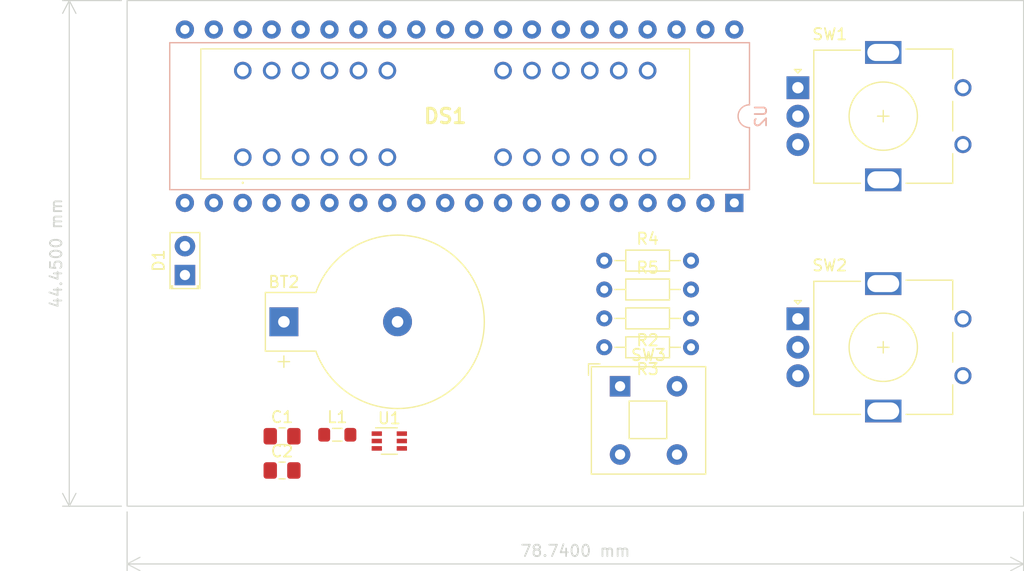
<source format=kicad_pcb>
(kicad_pcb (version 20221018) (generator pcbnew)
  (layers (0 "F.Cu" signal) (31 "B.Cu" signal) (34 "B.Paste" user) (35 "F.Paste" user) (36 "B.SilkS" user "B.Silkscreen") (37 "F.SilkS" user "F.Silkscreen") (38 "B.Mask" user) (39 "F.Mask" user) (44 "Edge.Cuts" user))
  (net 0 "")
  (net 3 "GND")
  (net 4 "Net-(D1-A)")
  (net 5 "pb1")
  (net 6 "pb2")
  (net 7 "VCC")
  (net 8 "pc5")
  (net 9 "pc6")
  (net 10 "pc0")
  (net 11 "pc1")
  (net 12 "pc2")
  (net 13 "pc3")
  (net 14 "pc4")
  (net 15 "pc7")
  (net 16 "pb0")
  (net 17 "pd0")
  (net 18 "pd1")
  (net 19 "pd2")
  (net 20 "pd3")
  (net 21 "pd4")
  (net 22 "pd5")
  (net 23 "pd6")
  (net 24 "pd7")
  (net 25 "mcu reset")
  (net 39 "pb3")
  (net 40 "pb4")
  (net 41 "Net-(D1-K)")
  (net 42 "pb5")
  (net 43 "pb6")
  (net 44 "pb7")
  (net 45 "pa7")
  (net 46 "pa6")
  (net 47 "pa5")
  (net 48 "pa4")
  (net 49 "pa3")
  (net 50 "Net-(BT2-+)")
  (net 51 "Net-(U1-L)")
  (net 52 "Net-(SW4-B)")
  (footprint "token_counter:HDSP2533" (layer "F.Cu") (at 45.72 29.0125)
    (fp_text reference "DS1" (at 17.78 -3.612) (layer "F.SilkS") (effects (font (size 1.27 1.27) (thickness 0.254))))
    (fp_text value "HDSP-2533" hide)
    (fp_line (start -3.685 -9.525) (end 39.245 -9.525) (stroke (width 0.1)) (layer "F.SilkS"))
    (fp_line (start -3.685 1.905) (end -3.685 -9.525) (stroke (width 0.1)) (layer "F.SilkS"))
    (fp_line (start 0 2.2) (end 0 2.2) (stroke (width 0.1)) (layer "F.SilkS"))
    (fp_line (start 0 2.3) (end 0 2.3) (stroke (width 0.1)) (layer "F.SilkS"))
    (fp_line (start 39.245 -9.525) (end 39.245 1.905) (stroke (width 0.1)) (layer "F.SilkS"))
    (fp_line (start 39.245 1.905) (end -3.685 1.905) (stroke (width 0.1)) (layer "F.SilkS"))
    (fp_arc (start 0 2.2) (mid 0.05 2.25) (end 0 2.3) (stroke (width 0.1)) (layer "F.SilkS"))
    (fp_arc (start 0 2.3) (mid -0.05 2.25) (end 0 2.2) (stroke (width 0.1)) (layer "F.SilkS"))
    (pad "1" thru_hole circle (at 0 0) (size 1.545 1.545) (drill 1.03) (layers "*.Cu" "*.Mask"))
    (pad "2" thru_hole circle (at 2.54 0) (size 1.545 1.545) (drill 1.03) (layers "*.Cu" "*.Mask"))
    (pad "3" thru_hole circle (at 5.08 0) (size 1.545 1.545) (drill 1.03) (layers "*.Cu" "*.Mask"))
    (pad "4" thru_hole circle (at 7.62 0) (size 1.545 1.545) (drill 1.03) (layers "*.Cu" "*.Mask"))
    (pad "5" thru_hole circle (at 10.16 0) (size 1.545 1.545) (drill 1.03) (layers "*.Cu" "*.Mask"))
    (pad "6" thru_hole circle (at 12.7 0) (size 1.545 1.545) (drill 1.03) (layers "*.Cu" "*.Mask"))
    (pad "10" thru_hole circle (at 22.86 0) (size 1.545 1.545) (drill 1.03) (layers "*.Cu" "*.Mask"))
    (pad "11" thru_hole circle (at 25.4 0) (size 1.545 1.545) (drill 1.03) (layers "*.Cu" "*.Mask") (net 7 "VCC"))
    (pad "12" thru_hole circle (at 27.94 0) (size 1.545 1.545) (drill 1.03) (layers "*.Cu" "*.Mask"))
    (pad "13" thru_hole circle (at 30.48 0) (size 1.545 1.545) (drill 1.03) (layers "*.Cu" "*.Mask"))
    (pad "14" thru_hole circle (at 33.02 0) (size 1.545 1.545) (drill 1.03) (layers "*.Cu" "*.Mask"))
    (pad "15" thru_hole circle (at 35.56 0) (size 1.545 1.545) (drill 1.03) (layers "*.Cu" "*.Mask") (net 7 "VCC"))
    (pad "16" thru_hole circle (at 35.56 -7.62) (size 1.545 1.545) (drill 1.03) (layers "*.Cu" "*.Mask") (net 3 "GND"))
    (pad "17" thru_hole circle (at 33.02 -7.62) (size 1.545 1.545) (drill 1.03) (layers "*.Cu" "*.Mask"))
    (pad "18" thru_hole circle (at 30.48 -7.62) (size 1.545 1.545) (drill 1.03) (layers "*.Cu" "*.Mask") (net 3 "GND"))
    (pad "19" thru_hole circle (at 27.94 -7.62) (size 1.545 1.545) (drill 1.03) (layers "*.Cu" "*.Mask"))
    (pad "20" thru_hole circle (at 25.4 -7.62) (size 1.545 1.545) (drill 1.03) (layers "*.Cu" "*.Mask") (net 9 "pc6"))
    (pad "21" thru_hole circle (at 22.86 -7.62) (size 1.545 1.545) (drill 1.03) (layers "*.Cu" "*.Mask") (net 8 "pc5"))
    (pad "25" thru_hole circle (at 12.7 -7.62) (size 1.545 1.545) (drill 1.03) (layers "*.Cu" "*.Mask") (net 14 "pc4"))
    (pad "26" thru_hole circle (at 10.16 -7.62) (size 1.545 1.545) (drill 1.03) (layers "*.Cu" "*.Mask") (net 13 "pc3"))
    (pad "27" thru_hole circle (at 7.62 -7.62) (size 1.545 1.545) (drill 1.03) (layers "*.Cu" "*.Mask") (net 12 "pc2"))
    (pad "28" thru_hole circle (at 5.08 -7.62) (size 1.545 1.545) (drill 1.03) (layers "*.Cu" "*.Mask") (net 11 "pc1"))
    (pad "29" thru_hole circle (at 2.54 -7.62) (size 1.545 1.545) (drill 1.03) (layers "*.Cu" "*.Mask") (net 10 "pc0"))
    (pad "30" thru_hole circle (at 0 -7.62) (size 1.545 1.545) (drill 1.03) (layers "*.Cu" "*.Mask") (net 24 "pd7"))
  )
  (footprint "LED_THT:LED_D2.0mm_W4.8mm_H2.5mm_FlatTop" (layer "F.Cu") (at 40.64 39.37 90)
    (fp_text reference "D1" (at 1.27 -2.31 90) (layer "F.SilkS"))
    (fp_text value "LED")
    (fp_line (start -1.19 -1.31) (end -1.19 1.31) (stroke (width 0.12)) (layer "F.SilkS"))
    (fp_line (start -1.19 -1.31) (end 3.73 -1.31) (stroke (width 0.12)) (layer "F.SilkS"))
    (fp_line (start -1.19 1.31) (end 3.73 1.31) (stroke (width 0.12)) (layer "F.SilkS"))
    (fp_line (start -1.07 -1.31) (end -1.07 -1.08) (stroke (width 0.12)) (layer "F.SilkS"))
    (fp_line (start -1.07 1.08) (end -1.07 1.31) (stroke (width 0.12)) (layer "F.SilkS"))
    (fp_line (start -0.95 -1.31) (end -0.95 -1.08) (stroke (width 0.12)) (layer "F.SilkS"))
    (fp_line (start -0.95 1.08) (end -0.95 1.31) (stroke (width 0.12)) (layer "F.SilkS"))
    (fp_line (start 3.73 -1.31) (end 3.73 1.31) (stroke (width 0.12)) (layer "F.SilkS"))
    (pad "1" thru_hole rect (at 0 0 90) (size 1.8 1.8) (drill 0.9) (layers "*.Cu" "*.Mask") (net 41 "Net-(D1-K)"))
    (pad "2" thru_hole circle (at 2.54 0 90) (size 1.8 1.8) (drill 0.9) (layers "*.Cu" "*.Mask") (net 4 "Net-(D1-A)"))
  )
  (footprint "Inductor_SMD:L_0805_2012Metric_Pad1.05x1.20mm_HandSolder" (layer "F.Cu") (at 54.02 53.41)
    (fp_text reference "L1" (at 0 -1.55) (layer "F.SilkS"))
    (fp_text value "4.7u")
    (fp_line (start -0.410242 -0.56) (end 0.410242 -0.56) (stroke (width 0.12)) (layer "F.SilkS"))
    (fp_line (start -0.410242 0.56) (end 0.410242 0.56) (stroke (width 0.12)) (layer "F.SilkS"))
    (pad "1" smd roundrect (at -1.15 0) (size 1.05 1.2) (layers "F.Cu" "F.Paste" "F.Mask") (roundrect_rratio 0.238095) (net 50 "Net-(BT2-+)"))
    (pad "2" smd roundrect (at 1.15 0) (size 1.05 1.2) (layers "F.Cu" "F.Paste" "F.Mask") (roundrect_rratio 0.238095) (net 51 "Net-(U1-L)"))
  )
  (footprint "Resistor_THT:R_Axial_DIN0204_L3.6mm_D1.6mm_P7.62mm_Horizontal" (layer "F.Cu") (at 77.47 40.64)
    (fp_text reference "R5" (at 3.81 -1.92) (layer "F.SilkS"))
    (fp_text value "R")
    (fp_line (start 0.94 0) (end 1.89 0) (stroke (width 0.12)) (layer "F.SilkS"))
    (fp_line (start 1.89 -0.92) (end 1.89 0.92) (stroke (width 0.12)) (layer "F.SilkS"))
    (fp_line (start 1.89 0.92) (end 5.73 0.92) (stroke (width 0.12)) (layer "F.SilkS"))
    (fp_line (start 5.73 -0.92) (end 1.89 -0.92) (stroke (width 0.12)) (layer "F.SilkS"))
    (fp_line (start 5.73 0.92) (end 5.73 -0.92) (stroke (width 0.12)) (layer "F.SilkS"))
    (fp_line (start 6.68 0) (end 5.73 0) (stroke (width 0.12)) (layer "F.SilkS"))
    (pad "1" thru_hole circle (at 0 0) (size 1.4 1.4) (drill 0.7) (layers "*.Cu" "*.Mask") (net 16 "pb0"))
    (pad "2" thru_hole oval (at 7.62 0) (size 1.4 1.4) (drill 0.7) (layers "*.Cu" "*.Mask") (net 7 "VCC"))
  )
  (footprint "Resistor_THT:R_Axial_DIN0204_L3.6mm_D1.6mm_P7.62mm_Horizontal" (layer "F.Cu") (at 85.09 45.72 180)
    (fp_text reference "R3" (at 3.81 -1.92) (layer "F.SilkS"))
    (fp_text value "R")
    (fp_line (start 0.94 0) (end 1.89 0) (stroke (width 0.12)) (layer "F.SilkS"))
    (fp_line (start 1.89 -0.92) (end 1.89 0.92) (stroke (width 0.12)) (layer "F.SilkS"))
    (fp_line (start 1.89 0.92) (end 5.73 0.92) (stroke (width 0.12)) (layer "F.SilkS"))
    (fp_line (start 5.73 -0.92) (end 1.89 -0.92) (stroke (width 0.12)) (layer "F.SilkS"))
    (fp_line (start 5.73 0.92) (end 5.73 -0.92) (stroke (width 0.12)) (layer "F.SilkS"))
    (fp_line (start 6.68 0) (end 5.73 0) (stroke (width 0.12)) (layer "F.SilkS"))
    (pad "1" thru_hole circle (at 0 0 180) (size 1.4 1.4) (drill 0.7) (layers "*.Cu" "*.Mask") (net 25 "mcu reset"))
    (pad "2" thru_hole oval (at 7.62 0 180) (size 1.4 1.4) (drill 0.7) (layers "*.Cu" "*.Mask") (net 7 "VCC"))
  )
  (footprint "Resistor_THT:R_Axial_DIN0204_L3.6mm_D1.6mm_P7.62mm_Horizontal" (layer "F.Cu") (at 85.09 43.18 180)
    (fp_text reference "R2" (at 3.81 -1.92) (layer "F.SilkS"))
    (fp_text value "R")
    (fp_line (start 0.94 0) (end 1.89 0) (stroke (width 0.12)) (layer "F.SilkS"))
    (fp_line (start 1.89 -0.92) (end 1.89 0.92) (stroke (width 0.12)) (layer "F.SilkS"))
    (fp_line (start 1.89 0.92) (end 5.73 0.92) (stroke (width 0.12)) (layer "F.SilkS"))
    (fp_line (start 5.73 -0.92) (end 1.89 -0.92) (stroke (width 0.12)) (layer "F.SilkS"))
    (fp_line (start 5.73 0.92) (end 5.73 -0.92) (stroke (width 0.12)) (layer "F.SilkS"))
    (fp_line (start 6.68 0) (end 5.73 0) (stroke (width 0.12)) (layer "F.SilkS"))
    (pad "1" thru_hole circle (at 0 0 180) (size 1.4 1.4) (drill 0.7) (layers "*.Cu" "*.Mask") (net 39 "pb3"))
    (pad "2" thru_hole oval (at 7.62 0 180) (size 1.4 1.4) (drill 0.7) (layers "*.Cu" "*.Mask") (net 7 "VCC"))
  )
  (footprint "Resistor_THT:R_Axial_DIN0204_L3.6mm_D1.6mm_P7.62mm_Horizontal" (layer "F.Cu") (at 77.47 38.1)
    (fp_text reference "R4" (at 3.81 -1.92) (layer "F.SilkS"))
    (fp_text value "R")
    (fp_line (start 0.94 0) (end 1.89 0) (stroke (width 0.12)) (layer "F.SilkS"))
    (fp_line (start 1.89 -0.92) (end 1.89 0.92) (stroke (width 0.12)) (layer "F.SilkS"))
    (fp_line (start 1.89 0.92) (end 5.73 0.92) (stroke (width 0.12)) (layer "F.SilkS"))
    (fp_line (start 5.73 -0.92) (end 1.89 -0.92) (stroke (width 0.12)) (layer "F.SilkS"))
    (fp_line (start 5.73 0.92) (end 5.73 -0.92) (stroke (width 0.12)) (layer "F.SilkS"))
    (fp_line (start 6.68 0) (end 5.73 0) (stroke (width 0.12)) (layer "F.SilkS"))
    (pad "1" thru_hole circle (at 0 0) (size 1.4 1.4) (drill 0.7) (layers "*.Cu" "*.Mask") (net 41 "Net-(D1-K)"))
    (pad "2" thru_hole oval (at 7.62 0) (size 1.4 1.4) (drill 0.7) (layers "*.Cu" "*.Mask") (net 3 "GND"))
  )
  (footprint "Battery:BatteryHolder_Keystone_500" (layer "F.Cu") (at 49.33 43.481476)
    (fp_text reference "BT2" (at 0 -3.5) (layer "F.SilkS"))
    (fp_text value "Battery_Cell")
    (fp_line (start -1.6256 -2.5781) (end -1.6256 2.5781) (stroke (width 0.12)) (layer "F.SilkS"))
    (fp_line (start -1.6256 -2.5781) (end 2.81 -2.5781) (stroke (width 0.12)) (layer "F.SilkS"))
    (fp_line (start -1.6256 2.5781) (end 2.81 2.5781) (stroke (width 0.12)) (layer "F.SilkS"))
    (fp_line (start 0 3) (end 0 4) (stroke (width 0.12)) (layer "F.SilkS"))
    (fp_line (start 0.5 3.5) (end -0.5 3.5) (stroke (width 0.12)) (layer "F.SilkS"))
    (fp_arc (start 2.81 -2.5781) (mid 17.603686 0) (end 2.81 2.5781) (stroke (width 0.12)) (layer "F.SilkS"))
    (pad "1" thru_hole rect (at 0 0) (size 2.54 2.54) (drill 1.016) (layers "*.Cu" "*.Mask") (net 50 "Net-(BT2-+)"))
    (pad "2" thru_hole circle (at 9.9822 0) (size 2.54 2.54) (drill 1.016) (layers "*.Cu" "*.Mask") (net 3 "GND"))
  )
  (footprint "Package_TO_SOT_SMD:Texas_R-PDSO-G6" (layer "F.Cu") (at 58.59 53.96)
    (fp_text reference "U1" (at 0 -2) (layer "F.SilkS"))
    (fp_text value "TPS61222DCK")
    (fp_line (start -0.7 1.16) (end 0.7 1.16) (stroke (width 0.12)) (layer "F.SilkS"))
    (fp_line (start 0.7 -1.16) (end -1.2 -1.16) (stroke (width 0.12)) (layer "F.SilkS"))
    (pad "1" smd rect (at -1.1 -0.65) (size 0.9 0.4) (layers "F.Cu" "F.Paste" "F.Mask") (net 50 "Net-(BT2-+)"))
    (pad "2" smd rect (at -1.1 0) (size 0.9 0.4) (layers "F.Cu" "F.Paste" "F.Mask") (net 7 "VCC"))
    (pad "3" smd rect (at -1.1 0.65) (size 0.9 0.4) (layers "F.Cu" "F.Paste" "F.Mask") (net 3 "GND"))
    (pad "4" smd rect (at 1.1 0.65) (size 0.9 0.4) (layers "F.Cu" "F.Paste" "F.Mask") (net 7 "VCC"))
    (pad "5" smd rect (at 1.1 0) (size 0.9 0.4) (layers "F.Cu" "F.Paste" "F.Mask") (net 51 "Net-(U1-L)"))
    (pad "6" smd rect (at 1.1 -0.65) (size 0.9 0.4) (layers "F.Cu" "F.Paste" "F.Mask") (net 52 "Net-(SW4-B)"))
  )
  (footprint "Rotary_Encoder:RotaryEncoder_Alps_EC11E_Vertical_H20mm" (layer "F.Cu") (at 94.475 43.22)
    (fp_text reference "SW2" (at 2.8 -4.7) (layer "F.SilkS"))
    (fp_text value "RotaryEncoder_Switch")
    (fp_line (start -0.3 -1.6) (end 0.3 -1.6) (stroke (width 0.12)) (layer "F.SilkS"))
    (fp_line (start 0 -1.3) (end -0.3 -1.6) (stroke (width 0.12)) (layer "F.SilkS"))
    (fp_line (start 0.3 -1.6) (end 0 -1.3) (stroke (width 0.12)) (layer "F.SilkS"))
    (fp_line (start 1.4 -3.3) (end 1.4 8.4) (stroke (width 0.12)) (layer "F.SilkS"))
    (fp_line (start 5.5 -3.3) (end 1.4 -3.3) (stroke (width 0.12)) (layer "F.SilkS"))
    (fp_line (start 5.5 8.4) (end 1.4 8.4) (stroke (width 0.12)) (layer "F.SilkS"))
    (fp_line (start 7 2.5) (end 8 2.5) (stroke (width 0.12)) (layer "F.SilkS"))
    (fp_line (start 7.5 2) (end 7.5 3) (stroke (width 0.12)) (layer "F.SilkS"))
    (fp_line (start 9.5 -3.4) (end 13.6 -3.4) (stroke (width 0.12)) (layer "F.SilkS"))
    (fp_line (start 13.6 -3.4) (end 13.6 -0.8) (stroke (width 0.12)) (layer "F.SilkS"))
    (fp_line (start 13.6 1.2) (end 13.6 3.8) (stroke (width 0.12)) (layer "F.SilkS"))
    (fp_line (start 13.6 5.8) (end 13.6 8.4) (stroke (width 0.12)) (layer "F.SilkS"))
    (fp_line (start 13.6 8.4) (end 9.5 8.4) (stroke (width 0.12)) (layer "F.SilkS"))
    (fp_circle (center 7.5 2.5) (end 10.5 2.5) (stroke (width 0.12)) (fill none) (layer "F.SilkS"))
    (pad "" thru_hole circle (at 14.5 0) (size 1.5 1.5) (drill 1) (layers "*.Cu" "*.Mask"))
    (pad "" thru_hole circle (at 14.5 5) (size 1.5 1.5) (drill 1) (layers "*.Cu" "*.Mask"))
    (pad "A" thru_hole rect (at 0 0) (size 2 2) (drill 1) (layers "*.Cu" "*.Mask") (net 40 "pb4"))
    (pad "B" thru_hole circle (at 0 5) (size 2 2) (drill 1) (layers "*.Cu" "*.Mask") (net 42 "pb5"))
    (pad "C" thru_hole circle (at 0 2.5) (size 2 2) (drill 1) (layers "*.Cu" "*.Mask") (net 7 "VCC"))
    (pad "MP" thru_hole rect (at 7.5 -3.1) (size 3.2 2) (drill oval 2.8 1.5) (layers "*.Cu" "*.Mask"))
    (pad "MP" thru_hole rect (at 7.5 8.1) (size 3.2 2) (drill oval 2.8 1.5) (layers "*.Cu" "*.Mask"))
  )
  (footprint "Button_Switch_THT:SW_Push_2P1T_Toggle_CK_PVA1xxH1xxxxxxV2" (layer "F.Cu") (at 78.8575 49.1475)
    (fp_text reference "SW3" (at 2.5 -2.75) (layer "F.SilkS"))
    (fp_text value "SW_DIP_x01")
    (fp_line (start -2.77 -0.97) (end -2.77 -1.97) (stroke (width 0.12)) (layer "F.SilkS"))
    (fp_line (start -2.52 7.72) (end -2.52 -1.72) (stroke (width 0.12)) (layer "F.SilkS"))
    (fp_line (start -1.77 -1.97) (end -2.77 -1.97) (stroke (width 0.12)) (layer "F.SilkS"))
    (fp_line (start 0.8 1.3) (end 0.8 4.6) (stroke (width 0.12)) (layer "F.SilkS"))
    (fp_line (start 4.1 1.3) (end 0.8 1.3) (stroke (width 0.12)) (layer "F.SilkS"))
    (fp_line (start 4.1 1.3) (end 4.1 4.6) (stroke (width 0.12)) (layer "F.SilkS"))
    (fp_line (start 4.1 4.6) (end 0.8 4.6) (stroke (width 0.12)) (layer "F.SilkS"))
    (fp_line (start 7.52 -1.72) (end -2.52 -1.72) (stroke (width 0.12)) (layer "F.SilkS"))
    (fp_line (start 7.52 7.72) (end -2.52 7.72) (stroke (width 0.12)) (layer "F.SilkS"))
    (fp_line (start 7.52 7.72) (end 7.52 -1.72) (stroke (width 0.12)) (layer "F.SilkS"))
    (pad "1" thru_hole rect (at 0 0) (size 1.8 1.8) (drill 0.9) (layers "*.Cu" "*.Mask") (net 3 "GND"))
    (pad "2" thru_hole circle (at 5 0) (size 1.8 1.8) (drill 0.9) (layers "*.Cu" "*.Mask") (net 25 "mcu reset"))
    (pad "3" thru_hole circle (at 0 6) (size 1.8 1.8) (drill 0.9) (layers "*.Cu" "*.Mask"))
    (pad "4" thru_hole circle (at 5 6) (size 1.8 1.8) (drill 0.9) (layers "*.Cu" "*.Mask"))
  )
  (footprint "Capacitor_SMD:C_0805_2012Metric_Pad1.18x1.45mm_HandSolder" (layer "F.Cu") (at 49.17 56.55)
    (fp_text reference "C2" (at 0 -1.68) (layer "F.SilkS"))
    (fp_text value "10u")
    (fp_line (start -0.261252 -0.735) (end 0.261252 -0.735) (stroke (width 0.12)) (layer "F.SilkS"))
    (fp_line (start -0.261252 0.735) (end 0.261252 0.735) (stroke (width 0.12)) (layer "F.SilkS"))
    (pad "1" smd roundrect (at -1.0375 0) (size 1.175 1.45) (layers "F.Cu" "F.Paste" "F.Mask") (roundrect_rratio 0.212766) (net 7 "VCC"))
    (pad "2" smd roundrect (at 1.0375 0) (size 1.175 1.45) (layers "F.Cu" "F.Paste" "F.Mask") (roundrect_rratio 0.212766) (net 3 "GND"))
  )
  (footprint "Capacitor_SMD:C_0805_2012Metric_Pad1.18x1.45mm_HandSolder" (layer "F.Cu") (at 49.17 53.54)
    (fp_text reference "C1" (at 0 -1.68) (layer "F.SilkS"))
    (fp_text value "10u")
    (fp_line (start -0.261252 -0.735) (end 0.261252 -0.735) (stroke (width 0.12)) (layer "F.SilkS"))
    (fp_line (start -0.261252 0.735) (end 0.261252 0.735) (stroke (width 0.12)) (layer "F.SilkS"))
    (pad "1" smd roundrect (at -1.0375 0) (size 1.175 1.45) (layers "F.Cu" "F.Paste" "F.Mask") (roundrect_rratio 0.212766) (net 50 "Net-(BT2-+)"))
    (pad "2" smd roundrect (at 1.0375 0) (size 1.175 1.45) (layers "F.Cu" "F.Paste" "F.Mask") (roundrect_rratio 0.212766) (net 3 "GND"))
  )
  (footprint "Rotary_Encoder:RotaryEncoder_Alps_EC11E_Vertical_H20mm" (layer "F.Cu") (at 94.475 22.9)
    (fp_text reference "SW1" (at 2.8 -4.7) (layer "F.SilkS"))
    (fp_text value "RotaryEncoder_Switch")
    (fp_line (start -0.3 -1.6) (end 0.3 -1.6) (stroke (width 0.12)) (layer "F.SilkS"))
    (fp_line (start 0 -1.3) (end -0.3 -1.6) (stroke (width 0.12)) (layer "F.SilkS"))
    (fp_line (start 0.3 -1.6) (end 0 -1.3) (stroke (width 0.12)) (layer "F.SilkS"))
    (fp_line (start 1.4 -3.3) (end 1.4 8.4) (stroke (width 0.12)) (layer "F.SilkS"))
    (fp_line (start 5.5 -3.3) (end 1.4 -3.3) (stroke (width 0.12)) (layer "F.SilkS"))
    (fp_line (start 5.5 8.4) (end 1.4 8.4) (stroke (width 0.12)) (layer "F.SilkS"))
    (fp_line (start 7 2.5) (end 8 2.5) (stroke (width 0.12)) (layer "F.SilkS"))
    (fp_line (start 7.5 2) (end 7.5 3) (stroke (width 0.12)) (layer "F.SilkS"))
    (fp_line (start 9.5 -3.4) (end 13.6 -3.4) (stroke (width 0.12)) (layer "F.SilkS"))
    (fp_line (start 13.6 -3.4) (end 13.6 -0.8) (stroke (width 0.12)) (layer "F.SilkS"))
    (fp_line (start 13.6 1.2) (end 13.6 3.8) (stroke (width 0.12)) (layer "F.SilkS"))
    (fp_line (start 13.6 5.8) (end 13.6 8.4) (stroke (width 0.12)) (layer "F.SilkS"))
    (fp_line (start 13.6 8.4) (end 9.5 8.4) (stroke (width 0.12)) (layer "F.SilkS"))
    (fp_circle (center 7.5 2.5) (end 10.5 2.5) (stroke (width 0.12)) (fill none) (layer "F.SilkS"))
    (pad "" thru_hole circle (at 14.5 0) (size 1.5 1.5) (drill 1) (layers "*.Cu" "*.Mask"))
    (pad "" thru_hole circle (at 14.5 5) (size 1.5 1.5) (drill 1) (layers "*.Cu" "*.Mask"))
    (pad "A" thru_hole rect (at 0 0) (size 2 2) (drill 1) (layers "*.Cu" "*.Mask") (net 5 "pb1"))
    (pad "B" thru_hole circle (at 0 5) (size 2 2) (drill 1) (layers "*.Cu" "*.Mask") (net 6 "pb2"))
    (pad "C" thru_hole circle (at 0 2.5) (size 2 2) (drill 1) (layers "*.Cu" "*.Mask") (net 7 "VCC"))
    (pad "MP" thru_hole rect (at 7.5 -3.1) (size 3.2 2) (drill oval 2.8 1.5) (layers "*.Cu" "*.Mask"))
    (pad "MP" thru_hole rect (at 7.5 8.1) (size 3.2 2) (drill oval 2.8 1.5) (layers "*.Cu" "*.Mask"))
  )
  (footprint "Package_DIP:DIP-40_W15.24mm" (layer "B.Cu") (at 88.895 33.025 90)
    (fp_text reference "U2" (at 7.62 2.33 90) (layer "B.SilkS") (effects (justify mirror)))
    (fp_text value "ATmega16-16P")
    (fp_line (start 1.16 -49.59) (end 14.08 -49.59) (stroke (width 0.12)) (layer "B.SilkS"))
    (fp_line (start 1.16 1.33) (end 1.16 -49.59) (stroke (width 0.12)) (layer "B.SilkS"))
    (fp_line (start 6.62 1.33) (end 1.16 1.33) (stroke (width 0.12)) (layer "B.SilkS"))
    (fp_line (start 14.08 -49.59) (end 14.08 1.33) (stroke (width 0.12)) (layer "B.SilkS"))
    (fp_line (start 14.08 1.33) (end 8.62 1.33) (stroke (width 0.12)) (layer "B.SilkS"))
    (fp_arc (start 6.62 1.33) (mid 7.62 0.33) (end 8.62 1.33) (stroke (width 0.12)) (layer "B.SilkS"))
    (pad "1" thru_hole rect (at 0 0 90) (size 1.6 1.6) (drill 0.8) (layers "*.Cu" "*.Mask") (net 16 "pb0"))
    (pad "2" thru_hole oval (at 0 -2.54 90) (size 1.6 1.6) (drill 0.8) (layers "*.Cu" "*.Mask") (net 5 "pb1"))
    (pad "3" thru_hole oval (at 0 -5.08 90) (size 1.6 1.6) (drill 0.8) (layers "*.Cu" "*.Mask") (net 6 "pb2"))
    (pad "4" thru_hole oval (at 0 -7.62 90) (size 1.6 1.6) (drill 0.8) (layers "*.Cu" "*.Mask") (net 39 "pb3"))
    (pad "5" thru_hole oval (at 0 -10.16 90) (size 1.6 1.6) (drill 0.8) (layers "*.Cu" "*.Mask") (net 40 "pb4"))
    (pad "6" thru_hole oval (at 0 -12.7 90) (size 1.6 1.6) (drill 0.8) (layers "*.Cu" "*.Mask") (net 42 "pb5"))
    (pad "7" thru_hole oval (at 0 -15.24 90) (size 1.6 1.6) (drill 0.8) (layers "*.Cu" "*.Mask") (net 43 "pb6"))
    (pad "8" thru_hole oval (at 0 -17.78 90) (size 1.6 1.6) (drill 0.8) (layers "*.Cu" "*.Mask") (net 44 "pb7"))
    (pad "9" thru_hole oval (at 0 -20.32 90) (size 1.6 1.6) (drill 0.8) (layers "*.Cu" "*.Mask") (net 25 "mcu reset"))
    (pad "10" thru_hole oval (at 0 -22.86 90) (size 1.6 1.6) (drill 0.8) (layers "*.Cu" "*.Mask") (net 7 "VCC"))
    (pad "11" thru_hole oval (at 0 -25.4 90) (size 1.6 1.6) (drill 0.8) (layers "*.Cu" "*.Mask") (net 3 "GND"))
    (pad "12" thru_hole oval (at 0 -27.94 90) (size 1.6 1.6) (drill 0.8) (layers "*.Cu" "*.Mask"))
    (pad "13" thru_hole oval (at 0 -30.48 90) (size 1.6 1.6) (drill 0.8) (layers "*.Cu" "*.Mask"))
    (pad "14" thru_hole oval (at 0 -33.02 90) (size 1.6 1.6) (drill 0.8) (layers "*.Cu" "*.Mask") (net 17 "pd0"))
    (pad "15" thru_hole oval (at 0 -35.56 90) (size 1.6 1.6) (drill 0.8) (layers "*.Cu" "*.Mask") (net 18 "pd1"))
    (pad "16" thru_hole oval (at 0 -38.1 90) (size 1.6 1.6) (drill 0.8) (layers "*.Cu" "*.Mask") (net 19 "pd2"))
    (pad "17" thru_hole oval (at 0 -40.64 90) (size 1.6 1.6) (drill 0.8) (layers "*.Cu" "*.Mask") (net 20 "pd3"))
    (pad "18" thru_hole oval (at 0 -43.18 90) (size 1.6 1.6) (drill 0.8) (layers "*.Cu" "*.Mask") (net 21 "pd4"))
    (pad "19" thru_hole oval (at 0 -45.72 90) (size 1.6 1.6) (drill 0.8) (layers "*.Cu" "*.Mask") (net 22 "pd5"))
    (pad "20" thru_hole oval (at 0 -48.26 90) (size 1.6 1.6) (drill 0.8) (layers "*.Cu" "*.Mask") (net 23 "pd6"))
    (pad "21" thru_hole oval (at 15.24 -48.26 90) (size 1.6 1.6) (drill 0.8) (layers "*.Cu" "*.Mask") (net 24 "pd7"))
    (pad "22" thru_hole oval (at 15.24 -45.72 90) (size 1.6 1.6) (drill 0.8) (layers "*.Cu" "*.Mask") (net 10 "pc0"))
    (pad "23" thru_hole oval (at 15.24 -43.18 90) (size 1.6 1.6) (drill 0.8) (layers "*.Cu" "*.Mask") (net 11 "pc1"))
    (pad "24" thru_hole oval (at 15.24 -40.64 90) (size 1.6 1.6) (drill 0.8) (layers "*.Cu" "*.Mask") (net 12 "pc2"))
    (pad "25" thru_hole oval (at 15.24 -38.1 90) (size 1.6 1.6) (drill 0.8) (layers "*.Cu" "*.Mask") (net 13 "pc3"))
    (pad "26" thru_hole oval (at 15.24 -35.56 90) (size 1.6 1.6) (drill 0.8) (layers "*.Cu" "*.Mask") (net 14 "pc4"))
    (pad "27" thru_hole oval (at 15.24 -33.02 90) (size 1.6 1.6) (drill 0.8) (layers "*.Cu" "*.Mask") (net 8 "pc5"))
    (pad "28" thru_hole oval (at 15.24 -30.48 90) (size 1.6 1.6) (drill 0.8) (layers "*.Cu" "*.Mask") (net 9 "pc6"))
    (pad "29" thru_hole oval (at 15.24 -27.94 90) (size 1.6 1.6) (drill 0.8) (layers "*.Cu" "*.Mask") (net 15 "pc7"))
    (pad "30" thru_hole oval (at 15.24 -25.4 90) (size 1.6 1.6) (drill 0.8) (layers "*.Cu" "*.Mask") (net 7 "VCC"))
    (pad "31" thru_hole oval (at 15.24 -22.86 90) (size 1.6 1.6) (drill 0.8) (layers "*.Cu" "*.Mask") (net 3 "GND"))
    (pad "32" thru_hole oval (at 15.24 -20.32 90) (size 1.6 1.6) (drill 0.8) (layers "*.Cu" "*.Mask"))
    (pad "33" thru_hole oval (at 15.24 -17.78 90) (size 1.6 1.6) (drill 0.8) (layers "*.Cu" "*.Mask") (net 45 "pa7"))
    (pad "34" thru_hole oval (at 15.24 -15.24 90) (size 1.6 1.6) (drill 0.8) (layers "*.Cu" "*.Mask") (net 46 "pa6"))
    (pad "35" thru_hole oval (at 15.24 -12.7 90) (size 1.6 1.6) (drill 0.8) (layers "*.Cu" "*.Mask") (net 47 "pa5"))
    (pad "36" thru_hole oval (at 15.24 -10.16 90) (size 1.6 1.6) (drill 0.8) (layers "*.Cu" "*.Mask") (net 48 "pa4"))
    (pad "37" thru_hole oval (at 15.24 -7.62 90) (size 1.6 1.6) (drill 0.8) (layers "*.Cu" "*.Mask") (net 49 "pa3"))
    (pad "38" thru_hole oval (at 15.24 -5.08 90) (size 1.6 1.6) (drill 0.8) (layers "*.Cu" "*.Mask") (net 6 "pb2"))
    (pad "39" thru_hole oval (at 15.24 -2.54 90) (size 1.6 1.6) (drill 0.8) (layers "*.Cu" "*.Mask") (net 5 "pb1"))
    (pad "40" thru_hole oval (at 15.24 0 90) (size 1.6 1.6) (drill 0.8) (layers "*.Cu" "*.Mask") (net 4 "Net-(D1-A)"))
  )
  (gr_rect (start 35.56 15.24) (end 114.3 59.69) (stroke (width 0.1)) (fill none) (layer "Edge.Cuts"))
  (dimension (type aligned) (layer "Edge.Cuts") (pts (xy 35.56 15.24) (xy 35.56 59.69)) (height 5.08) (gr_text "44,4500 mm" (at 29.33 37.465 90) (layer "Edge.Cuts") (effects (font (size 1 1) (thickness 0.15)))) (format (prefix "") (suffix "") (units 3) (units_format 1) (precision 4)) (style (thickness 0.1) (arrow_length 1.27) (text_position_mode 0) (extension_height 0.58642) (extension_offset 0.5) keep_text_aligned))
  (dimension (type aligned) (layer "Edge.Cuts") (pts (xy 35.56 59.69) (xy 114.3 59.69)) (height 5.08) (gr_text "78,7400 mm" (at 74.93 63.62) (layer "Edge.Cuts") (effects (font (size 1 1) (thickness 0.15)))) (format (prefix "") (suffix "") (units 3) (units_format 1) (precision 4)) (style (thickness 0.1) (arrow_length 1.27) (text_position_mode 0) (extension_height 0.58642) (extension_offset 0.5) keep_text_aligned))
)
</source>
